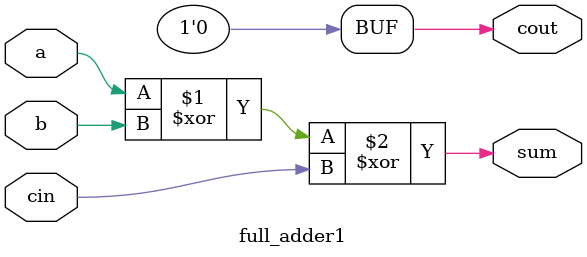
<source format=v>
module full_adder1(a,b,cin,sum,cout);
input a,b,cin;
output sum,cout;
assign sum = a^b^cin;
assign cout = 1'b0; 
// initial begin
//     $display("The incorrect adder with or1 having out/0");
// end   
endmodule
</source>
